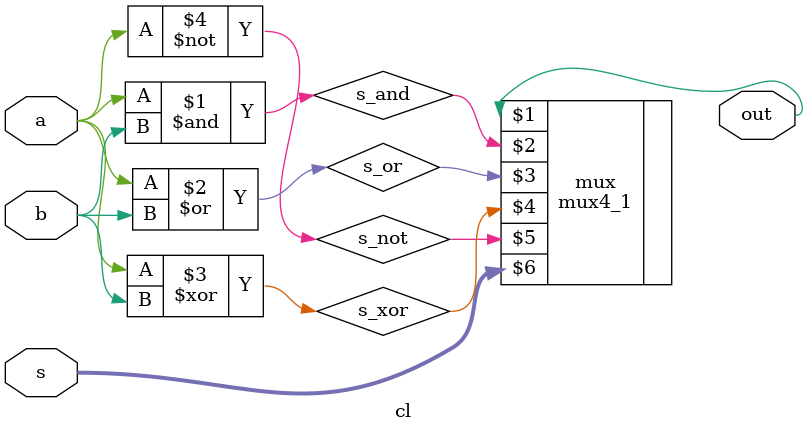
<source format=v>
module cl (output wire out, input wire a, b, input wire [1:0] s);

	// cables que intercanectan las puertas con el MUX
	wire s_and, s_or, s_xor, s_not;

	// interconexiones
	and    and1 (s_and, a, b);
	or 	   or1 	(s_or, a, b);
	xor    xor1 (s_xor, a, b);
	not    not1 (s_not, a);
	mux4_1 mux 	(out, s_and, s_or, s_xor, s_not, s);

endmodule
</source>
